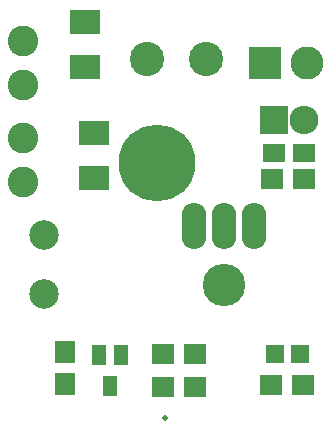
<source format=gts>
G04 #@! TF.FileFunction,Soldermask,Top*
%FSLAX46Y46*%
G04 Gerber Fmt 4.6, Leading zero omitted, Abs format (unit mm)*
G04 Created by KiCad (PCBNEW 4.0.2-stable) date 22.05.2016 21:35:43*
%MOMM*%
G01*
G04 APERTURE LIST*
%ADD10C,0.100000*%
%ADD11C,2.600000*%
%ADD12C,2.900000*%
%ADD13C,2.502000*%
%ADD14C,0.502000*%
%ADD15R,1.900000X1.650000*%
%ADD16R,1.598880X1.598880*%
%ADD17R,2.599640X2.000200*%
%ADD18C,2.800000*%
%ADD19R,2.800000X2.800000*%
%ADD20R,2.432000X2.432000*%
%ADD21O,2.432000X2.432000*%
%ADD22R,1.200100X1.800000*%
%ADD23O,2.099260X3.900120*%
%ADD24C,3.600000*%
%ADD25R,1.900000X1.700000*%
%ADD26R,1.700000X1.900000*%
%ADD27C,6.500000*%
G04 APERTURE END LIST*
D10*
D11*
X171050000Y-69100000D03*
X171050000Y-72800000D03*
X171050000Y-64600000D03*
X171050000Y-60900000D03*
D12*
X186500000Y-62400000D03*
X181500000Y-62400000D03*
D13*
X172800000Y-77350000D03*
X172800000Y-82350000D03*
D14*
X183056000Y-92800000D03*
D15*
X194800000Y-70350000D03*
X192300000Y-70350000D03*
D16*
X194449020Y-87400000D03*
X192350980Y-87400000D03*
D17*
X176300000Y-59300080D03*
X176300000Y-63099920D03*
X177050000Y-72499920D03*
X177050000Y-68700080D03*
D18*
X195050000Y-62800000D03*
D19*
X191550000Y-62800000D03*
D20*
X192300000Y-67600000D03*
D21*
X194840000Y-67600000D03*
D22*
X179350000Y-87500000D03*
X177450000Y-87500000D03*
X178400000Y-90100000D03*
D23*
X188050000Y-76600000D03*
X190590000Y-76600000D03*
X185510000Y-76600000D03*
D24*
X188050000Y-81600000D03*
D25*
X194800000Y-72600000D03*
X192100000Y-72600000D03*
D26*
X174600000Y-89950000D03*
X174600000Y-87250000D03*
D25*
X182850000Y-90200000D03*
X185550000Y-90200000D03*
X182850000Y-87400000D03*
X185550000Y-87400000D03*
X194750000Y-90000000D03*
X192050000Y-90000000D03*
D27*
X182400000Y-71200000D03*
M02*

</source>
